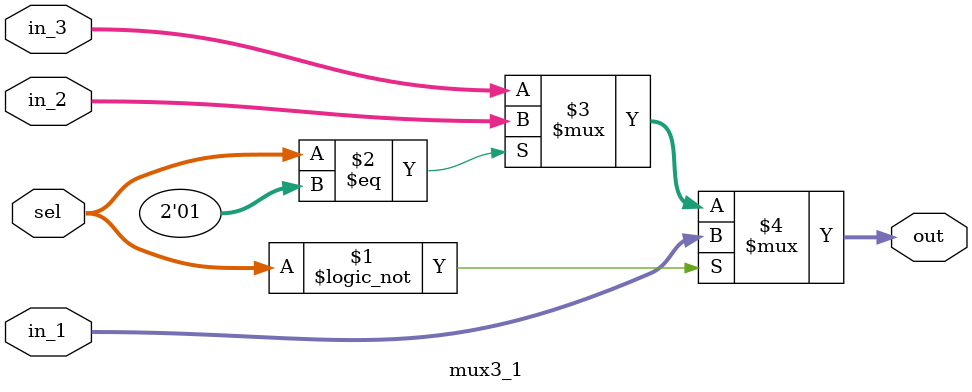
<source format=v>
module mux3_1(
input  wire [31:0]in_1, 
input  wire [31:0]in_2,
input  wire [31:0]in_3,
input  wire [1:0] sel,
output wire [31:0]out);
  
assign out = (sel == 2'b00)? in_1 :
              (sel == 2'b01)? in_2:in_3 ;
  
  
endmodule
</source>
